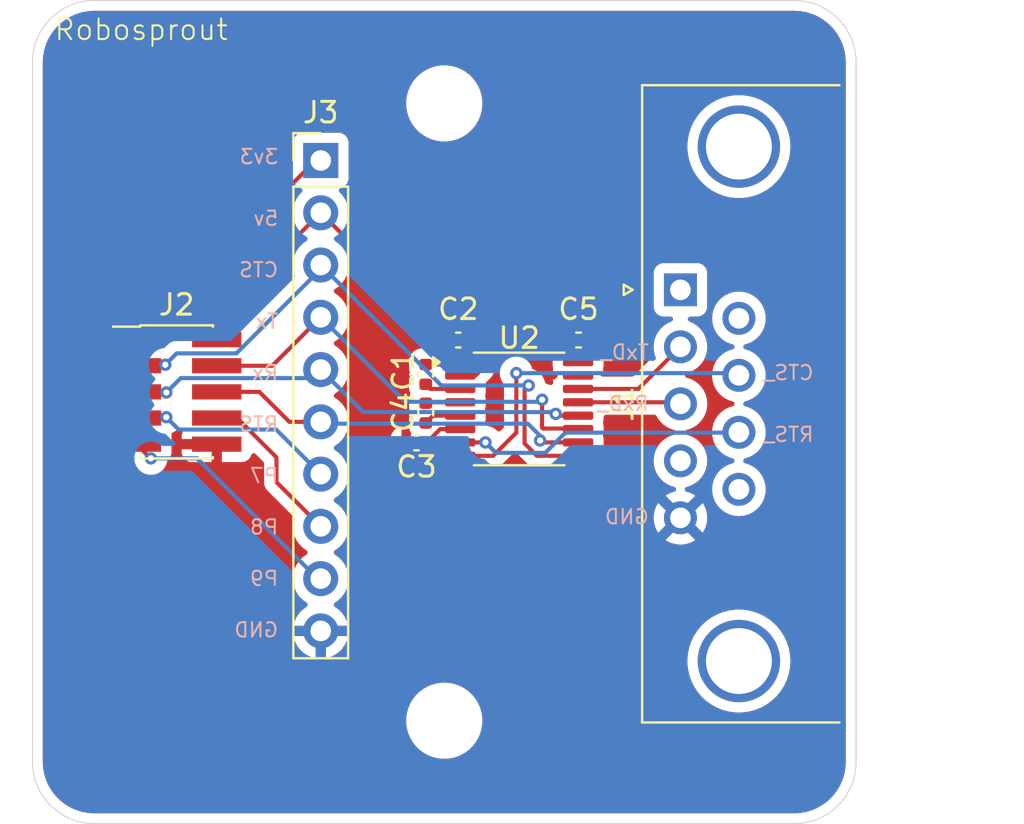
<source format=kicad_pcb>
(kicad_pcb (version 20240108) (generator "pcbnew") (generator_version "8.0")
  (layers (0 "F.Cu" signal) (31 "B.Cu" signal) (34 "B.Paste" user) (35 "F.Paste" user) (36 "B.SilkS" user "B.Silkscreen") (37 "F.SilkS" user "F.Silkscreen") (38 "B.Mask" user) (39 "F.Mask" user) (44 "Edge.Cuts" user))
  (net 0 "")
  (net 1 "Net-(U2-C1+)")
  (net 2 "Net-(U2-C1-)")
  (net 3 "GND")
  (net 4 "Net-(U2-VS+)")
  (net 5 "Net-(U2-VS-)")
  (net 6 "Net-(U2-C2+)")
  (net 7 "Net-(U2-C2-)")
  (net 8 "+5V")
  (net 10 "RxD_")
  (net 11 "CTS_")
  (net 12 "RTS_")
  (net 15 "TxD_")
  (net 17 "+3V3")
  (net 18 "Tx")
  (net 19 "CTS")
  (net 20 "RTS")
  (net 21 "P9")
  (net 22 "P7")
  (net 23 "P8")
  (net 24 "Rx")
  (footprint "Capacitor_SMD:C_0402_1005Metric" (layer "F.Cu") (at 153.52 80.5 180)
    (property "Reference" "C5")
    (property "Value" ".1uf")
  )
  (footprint "Package_SO:TSSOP-16_4.4x5mm_P0.65mm" (layer "F.Cu") (at 150.6375 83.85)
    (property "Reference" "U2")
    (property "Value" "MAX3232")
  )
  (footprint "MountingHole:MountingHole_3.2mm_M3" (layer "F.Cu") (at 147 69)
    (property "Reference" "H1" (hide yes))
    (property "Value" "MountingHole")
  )
  (footprint "Symbol:OSHW-Logo2_7.3x6mm_Copper" (layer "F.Cu") (at 133 72)
    (property "Reference" "REF**" (hide yes))
    (property "Value" "OSHW-Logo2_7.3x6mm_Copper" (hide yes))
  )
  (footprint "Connector_Dsub:DSUB-9_Female_Horizontal_P2.77x2.84mm_EdgePinOffset4.94mm_Housed_MountingHolesOffset4.94mm" (layer "F.Cu") (at 158.469669 78.06 90)
    (property "Reference" "J1")
    (property "Value" "DE9_Receptacle")
  )
  (footprint "Capacitor_SMD:C_0402_1005Metric" (layer "F.Cu") (at 147.68 80.5 180)
    (property "Reference" "C2")
    (property "Value" ".47uf")
  )
  (footprint "Capacitor_SMD:C_0402_1005Metric" (layer "F.Cu") (at 145.65 85.5 180)
    (property "Reference" "C3")
    (property "Value" ".47uf")
  )
  (footprint "Connector_PinHeader_1.27mm:PinHeader_2x05_P1.27mm_Vertical_SMD" (layer "F.Cu") (at 134 83.02)
    (property "Reference" "J2")
    (property "Value" "Conn_02x05_Odd_Even")
  )
  (footprint "Capacitor_SMD:C_0402_1005Metric" (layer "F.Cu") (at 146.1 84.05 -90)
    (property "Reference" "C4")
    (property "Value" ".47uf")
  )
  (footprint "MountingHole:MountingHole_3.2mm_M3" (layer "F.Cu") (at 147 99)
    (property "Reference" "H2" (hide yes))
    (property "Value" "MountingHole")
  )
  (footprint "Connector_PinHeader_2.54mm:PinHeader_1x10_P2.54mm_Vertical" (layer "F.Cu") (at 141 71.775)
    (property "Reference" "J3")
    (property "Value" "Conn_01x10_Pin")
  )
  (footprint "Capacitor_SMD:C_0402_1005Metric" (layer "F.Cu") (at 146.1 82.17 -90)
    (property "Reference" "C1")
    (property "Value" ".47uf")
  )
  (gr_line (start 167 67) (end 167 101) (stroke (width 0.05)) (layer "Edge.Cuts"))
  (gr_line (start 127 101) (end 127 67) (stroke (width 0.05)) (layer "Edge.Cuts"))
  (gr_line (start 130 64) (end 164 64) (stroke (width 0.05)) (layer "Edge.Cuts"))
  (gr_arc (start 127 67) (mid 127.87868 64.87868) (end 130 64) (stroke (width 0.05)) (layer "Edge.Cuts"))
  (gr_arc (start 164 64) (mid 166.12132 64.87868) (end 167 67) (stroke (width 0.05)) (layer "Edge.Cuts"))
  (gr_arc (start 167 101) (mid 166.12132 103.12132) (end 164 104) (stroke (width 0.05)) (layer "Edge.Cuts"))
  (gr_arc (start 130 104) (mid 127.87868 103.12132) (end 127 101) (stroke (width 0.05)) (layer "Edge.Cuts"))
  (gr_line (start 164 104) (end 130 104) (stroke (width 0.05)) (layer "Edge.Cuts"))
  (gr_text "RTS" (at 139 85 0) (layer "B.SilkS") (effects (font (size 0.7 0.7) (thickness 0.1)) (justify left bottom mirror)))
  (gr_text "P7" (at 139 87.5 0) (layer "B.SilkS") (effects (font (size 0.7 0.7) (thickness 0.1)) (justify left bottom mirror)))
  (gr_text "CTS" (at 139 77.5 0) (layer "B.SilkS") (effects (font (size 0.7 0.7) (thickness 0.1)) (justify left bottom mirror)))
  (gr_text "RxD_" (at 157 84 0) (layer "B.SilkS") (effects (font (size 0.7 0.7) (thickness 0.1)) (justify left bottom mirror)))
  (gr_text "3v3" (at 139 72 0) (layer "B.SilkS") (effects (font (size 0.7 0.7) (thickness 0.1)) (justify left bottom mirror)))
  (gr_text "CTS_" (at 165 82.5 0) (layer "B.SilkS") (effects (font (size 0.7 0.7) (thickness 0.1)) (justify left bottom mirror)))
  (gr_text "GND" (at 139 95 0) (layer "B.SilkS") (effects (font (size 0.7 0.7) (thickness 0.1)) (justify left bottom mirror)))
  (gr_text "Rx" (at 139 82.5 0) (layer "B.SilkS") (effects (font (size 0.7 0.7) (thickness 0.1)) (justify left bottom mirror)))
  (gr_text "GND" (at 157 89.5 0) (layer "B.SilkS") (effects (font (size 0.7 0.7) (thickness 0.1)) (justify left bottom mirror)))
  (gr_text "5v" (at 139 75 0) (layer "B.SilkS") (effects (font (size 0.7 0.7) (thickness 0.1)) (justify left bottom mirror)))
  (gr_text "RTS_" (at 165 85.5 0) (layer "B.SilkS") (effects (font (size 0.7 0.7) (thickness 0.1)) (justify left bottom mirror)))
  (gr_text "Tx" (at 139 80 0) (layer "B.SilkS") (effects (font (size 0.7 0.7) (thickness 0.1)) (justify left bottom mirror)))
  (gr_text "TxD_" (at 157 81.5 0) (layer "B.SilkS") (effects (font (size 0.7 0.7) (thickness 0.1)) (justify left bottom mirror)))
  (gr_text "P8" (at 139 90 0) (layer "B.SilkS") (effects (font (size 0.7 0.7) (thickness 0.1)) (justify left bottom mirror)))
  (gr_text "P9" (at 139 92.5 0) (layer "B.SilkS") (effects (font (size 0.7 0.7) (thickness 0.1)) (justify left bottom mirror)))
  (gr_text "Robosprout" (at 128 66 0) (layer "F.SilkS") (effects (font (size 1 1) (thickness 0.1)) (justify left bottom)))
  (segment (start 146.1 81.69) (end 147.66 81.69) (width 0.2) (layer "F.Cu") (net 1))
  (segment (start 147.66 81.69) (end 147.775 81.575) (width 0.2) (layer "F.Cu") (net 1))
  (segment (start 146.325 82.875) (end 147.775 82.875) (width 0.2) (layer "F.Cu") (net 2))
  (segment (start 146.1 82.65) (end 146.325 82.875) (width 0.2) (layer "F.Cu") (net 2))
  (segment (start 148.512499 82.225) (end 147.775 82.225) (width 0.2) (layer "F.Cu") (net 4))
  (segment (start 148.8125 81.1525) (end 148.8125 81.924999) (width 0.2) (layer "F.Cu") (net 4))
  (segment (start 148.16 80.5) (end 148.8125 81.1525) (width 0.2) (layer "F.Cu") (net 4))
  (segment (start 148.8125 81.924999) (end 148.512499 82.225) (width 0.2) (layer "F.Cu") (net 4))
  (segment (start 146.13 85.5) (end 146.805 84.825) (width 0.2) (layer "F.Cu") (net 5))
  (segment (start 146.805 84.825) (end 147.775 84.825) (width 0.2) (layer "F.Cu") (net 5))
  (segment (start 146.145 83.525) (end 146.1 83.57) (width 0.2) (layer "F.Cu") (net 6))
  (segment (start 147.775 83.525) (end 146.145 83.525) (width 0.2) (layer "F.Cu") (net 6))
  (segment (start 146.455 84.175) (end 147.775 84.175) (width 0.2) (layer "F.Cu") (net 7))
  (segment (start 146.1 84.53) (end 146.455 84.175) (width 0.2) (layer "F.Cu") (net 7))
  (segment (start 154 81.075) (end 153.5 81.575) (width 0.2) (layer "F.Cu") (net 8))
  (segment (start 144.935 78.25) (end 152.4 78.25) (width 0.2) (layer "F.Cu") (net 8))
  (segment (start 152.4 78.25) (end 154 79.85) (width 0.2) (layer "F.Cu") (net 8))
  (segment (start 135.95 80.48) (end 135.95 79.365) (width 0.2) (layer "F.Cu") (net 8))
  (segment (start 141 74.315) (end 144.935 78.25) (width 0.2) (layer "F.Cu") (net 8))
  (segment (start 154 79.85) (end 154 80.5) (width 0.2) (layer "F.Cu") (net 8))
  (segment (start 135.95 79.365) (end 141 74.315) (width 0.2) (layer "F.Cu") (net 8))
  (segment (start 154 80.5) (end 154 81.075) (width 0.2) (layer "F.Cu") (net 8))
  (segment (start 153.5 83.525) (end 158.394669 83.525) (width 0.2) (layer "F.Cu") (net 10))
  (segment (start 158.394669 83.525) (end 158.469669 83.6) (width 0.2) (layer "F.Cu") (net 10))
  (segment (start 149.375 86.125) (end 147.775 86.125) (width 0.2) (layer "F.Cu") (net 11))
  (segment (start 150.5 85) (end 149.375 86.125) (width 0.2) (layer "F.Cu") (net 11))
  (segment (start 150.5 82.107178) (end 150.5 85) (width 0.2) (layer "F.Cu") (net 11))
  (via (at 150.5 82.107178) (size 0.6) (drill 0.3) (layers "F.Cu" "B.Cu") (net 11))
  (segment (start 161.201847 82.107178) (end 161.309669 82.215) (width 0.2) (layer "B.Cu") (net 11))
  (segment (start 150.5 82.107178) (end 161.201847 82.107178) (width 0.2) (layer "B.Cu") (net 11))
  (segment (start 149 85.475) (end 147.775 85.475) (width 0.2) (layer "F.Cu") (net 12))
  (via (at 149 85.475) (size 0.6) (drill 0.3) (layers "F.Cu" "B.Cu") (net 12))
  (segment (start 151.903007 85.982086) (end 152.885093 85) (width 0.2) (layer "B.Cu") (net 12))
  (segment (start 149.507086 85.982086) (end 151.903007 85.982086) (width 0.2) (layer "B.Cu") (net 12))
  (segment (start 152.885093 85) (end 161.294669 85) (width 0.2) (layer "B.Cu") (net 12))
  (segment (start 161.294669 85) (end 161.309669 84.985) (width 0.2) (layer "B.Cu") (net 12))
  (segment (start 149 85.475) (end 149.507086 85.982086) (width 0.2) (layer "B.Cu") (net 12))
  (segment (start 156.424669 82.875) (end 153.5 82.875) (width 0.2) (layer "F.Cu") (net 15))
  (segment (start 158.469669 80.83) (end 156.424669 82.875) (width 0.2) (layer "F.Cu") (net 15))
  (segment (start 132.05 80.48) (end 140.755 71.775) (width 0.2) (layer "F.Cu") (net 17))
  (segment (start 140.755 71.775) (end 141 71.775) (width 0.2) (layer "F.Cu") (net 17))
  (segment (start 151.8 84.8) (end 153.475 84.8) (width 0.2) (layer "F.Cu") (net 18))
  (segment (start 151.75 83.4) (end 151.75 84.75) (width 0.2) (layer "F.Cu") (net 18))
  (segment (start 153.475 84.8) (end 153.5 84.825) (width 0.2) (layer "F.Cu") (net 18))
  (segment (start 138.645 81.75) (end 141 79.395) (width 0.2) (layer "F.Cu") (net 18))
  (segment (start 151.75 84.75) (end 151.8 84.8) (width 0.2) (layer "F.Cu") (net 18))
  (segment (start 135.95 81.75) (end 138.645 81.75) (width 0.2) (layer "F.Cu") (net 18))
  (via (at 151.75 83.4) (size 0.6) (drill 0.3) (layers "F.Cu" "B.Cu") (net 18))
  (segment (start 151.65 83.5) (end 145.105 83.5) (width 0.2) (layer "B.Cu") (net 18))
  (segment (start 145.105 83.5) (end 141 79.395) (width 0.2) (layer "B.Cu") (net 18))
  (segment (start 151.75 83.4) (end 151.65 83.5) (width 0.2) (layer "B.Cu") (net 18))
  (segment (start 151.5 86.125) (end 153.5 86.125) (width 0.2) (layer "F.Cu") (net 19))
  (segment (start 133.4 81.75) (end 133.45 81.7) (width 0.2) (layer "F.Cu") (net 19))
  (segment (start 150.9 85.525) (end 151.5 86.125) (width 0.2) (layer "F.Cu") (net 19))
  (segment (start 150.9 82.907178) (end 150.9 85.525) (width 0.2) (layer "F.Cu") (net 19))
  (segment (start 132.05 81.75) (end 133.4 81.75) (width 0.2) (layer "F.Cu") (net 19))
  (segment (start 151.1 82.707178) (end 150.9 82.907178) (width 0.2) (layer "F.Cu") (net 19))
  (via (at 151.1 82.707178) (size 0.6) (drill 0.3) (layers "F.Cu" "B.Cu") (net 19))
  (via (at 133.45 81.7) (size 0.6) (drill 0.3) (layers "F.Cu" "B.Cu") (net 19))
  (segment (start 146.852178 82.707178) (end 151.1 82.707178) (width 0.2) (layer "B.Cu") (net 19))
  (segment (start 141 76.855) (end 146.852178 82.707178) (width 0.2) (layer "B.Cu") (net 19))
  (segment (start 141 77.05) (end 141 76.855) (width 0.2) (layer "B.Cu") (net 19))
  (segment (start 134 81.15) (end 136.9 81.15) (width 0.2) (layer "B.Cu") (net 19))
  (segment (start 133.45 81.7) (end 134 81.15) (width 0.2) (layer "B.Cu") (net 19))
  (segment (start 136.9 81.15) (end 141 77.05) (width 0.2) (layer "B.Cu") (net 19))
  (segment (start 138.02 83.02) (end 139.475 84.475) (width 0.2) (layer "F.Cu") (net 20))
  (segment (start 151.747392 85.475) (end 153.5 85.475) (width 0.2) (layer "F.Cu") (net 20))
  (segment (start 139.475 84.475) (end 141 84.475) (width 0.2) (layer "F.Cu") (net 20))
  (segment (start 135.95 83.02) (end 138.02 83.02) (width 0.2) (layer "F.Cu") (net 20))
  (segment (start 151.654478 85.382086) (end 151.747392 85.475) (width 0.2) (layer "F.Cu") (net 20))
  (via (at 151.654478 85.382086) (size 0.6) (drill 0.3) (layers "F.Cu" "B.Cu") (net 20))
  (segment (start 151.654478 85.154478) (end 151.064872 84.564872) (width 0.2) (layer "B.Cu") (net 20))
  (segment (start 151.064872 84.564872) (end 141.089872 84.564872) (width 0.2) (layer "B.Cu") (net 20))
  (segment (start 141.089872 84.564872) (end 141 84.475) (width 0.2) (layer "B.Cu") (net 20))
  (segment (start 151.654478 85.382086) (end 151.654478 85.154478) (width 0.2) (layer "B.Cu") (net 20))
  (segment (start 132.75 86.25) (end 132.74 86.25) (width 0.2) (layer "F.Cu") (net 21))
  (segment (start 132.74 86.25) (end 132.05 85.56) (width 0.2) (layer "F.Cu") (net 21))
  (via (at 132.75 86.25) (size 0.6) (drill 0.3) (layers "F.Cu" "B.Cu") (net 21))
  (segment (start 132.75 86.25) (end 135 86.25) (width 0.2) (layer "B.Cu") (net 21))
  (segment (start 140.845 92.095) (end 141 92.095) (width 0.2) (layer "B.Cu") (net 21))
  (segment (start 135 86.25) (end 140.845 92.095) (width 0.2) (layer "B.Cu") (net 21))
  (segment (start 133.46 84.29) (end 133.5 84.25) (width 0.2) (layer "F.Cu") (net 22))
  (segment (start 132.05 84.29) (end 133.46 84.29) (width 0.2) (layer "F.Cu") (net 22))
  (via (at 133.5 84.25) (size 0.6) (drill 0.3) (layers "F.Cu" "B.Cu") (net 22))
  (segment (start 133.5 84.25) (end 134.1 84.85) (width 0.2) (layer "B.Cu") (net 22))
  (segment (start 134.1 84.85) (end 138.835 84.85) (width 0.2) (layer "B.Cu") (net 22))
  (segment (start 138.835 84.85) (end 141 87.015) (width 0.2) (layer "B.Cu") (net 22))
  (segment (start 135.95 84.29) (end 136.94 84.29) (width 0.2) (layer "F.Cu") (net 23))
  (segment (start 138.85 86.2) (end 138.85 87.405) (width 0.2) (layer "F.Cu") (net 23))
  (segment (start 138.85 87.405) (end 141 89.555) (width 0.2) (layer "F.Cu") (net 23))
  (segment (start 136.94 84.29) (end 138.85 86.2) (width 0.2) (layer "F.Cu") (net 23))
  (segment (start 152.4125 84.0875) (end 152.5 84.175) (width 0.2) (layer "F.Cu") (net 24))
  (segment (start 152.5 84.175) (end 153.5 84.175) (width 0.2) (layer "F.Cu") (net 24))
  (segment (start 132.05 83.02) (end 133.47 83.02) (width 0.2) (layer "F.Cu") (net 24))
  (segment (start 133.47 83.02) (end 133.5 83.05) (width 0.2) (layer "F.Cu") (net 24))
  (via (at 133.5 83.05) (size 0.6) (drill 0.3) (layers "F.Cu" "B.Cu") (net 24))
  (via (at 152.4125 84.0875) (size 0.6) (drill 0.3) (layers "F.Cu" "B.Cu") (net 24))
  (segment (start 140.585 82.35) (end 141 81.935) (width 0.2) (layer "B.Cu") (net 24))
  (segment (start 152.325 84) (end 143.065 84) (width 0.2) (layer "B.Cu") (net 24))
  (segment (start 152.4125 84.0875) (end 152.325 84) (width 0.2) (layer "B.Cu") (net 24))
  (segment (start 143.065 84) (end 141 81.935) (width 0.2) (layer "B.Cu") (net 24))
  (segment (start 133.5 83.05) (end 134.2 82.35) (width 0.2) (layer "B.Cu") (net 24))
  (segment (start 134.2 82.35) (end 140.585 82.35) (width 0.2) (layer "B.Cu") (net 24))
  (zone (net 3) (net_name "GND") (layers "F.Cu" "B.Cu") (connect_pads (clearance 0.5)) (min_thickness 0.25) (fill yes (thermal_gap 0.5) (thermal_bridge_width 0.5))
    (polygon (pts (xy 127 64) (xy 167 64) (xy 167 104) (xy 127 104)))
  )
)
</source>
